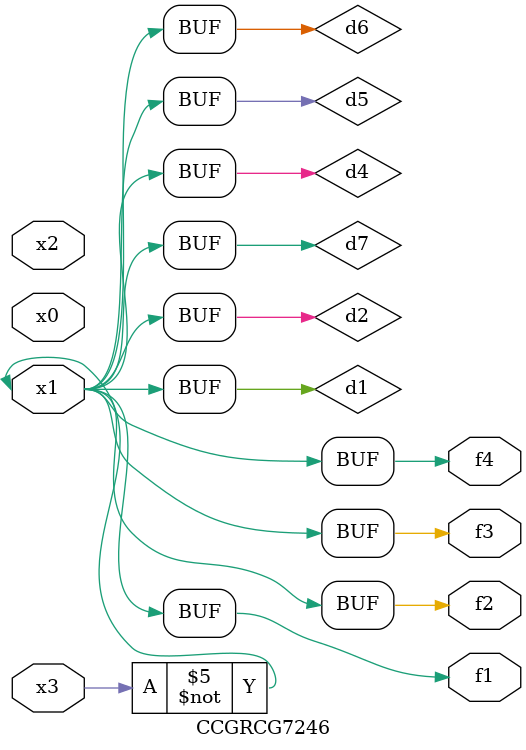
<source format=v>
module CCGRCG7246(
	input x0, x1, x2, x3,
	output f1, f2, f3, f4
);

	wire d1, d2, d3, d4, d5, d6, d7;

	not (d1, x3);
	buf (d2, x1);
	xnor (d3, d1, d2);
	nor (d4, d1);
	buf (d5, d1, d2);
	buf (d6, d4, d5);
	nand (d7, d4);
	assign f1 = d6;
	assign f2 = d7;
	assign f3 = d6;
	assign f4 = d6;
endmodule

</source>
